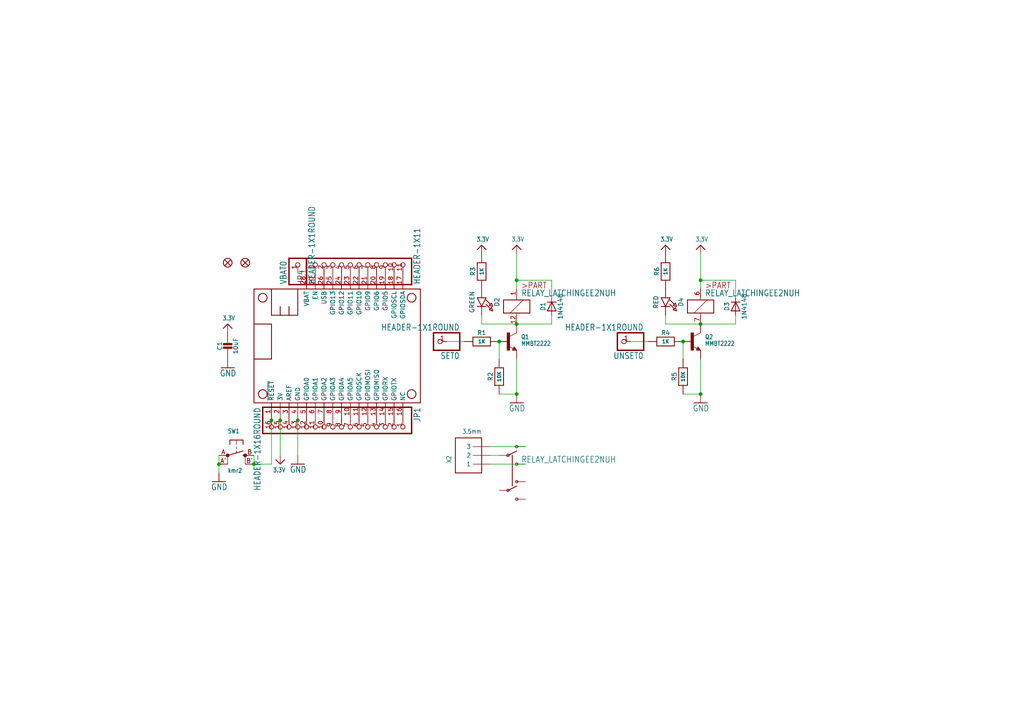
<source format=kicad_sch>
(kicad_sch (version 20211123) (generator eeschema)
  (paper "A4")
  (lib_symbols
    (symbol "eagleSchem-eagle-import:3.3V" (power)
      (property "Value" "3.3V" (at -1.524 1.016 0))
      (symbol "3.3V_1_0"
        (polyline (pts (xy -1.27 -1.27) (xy 0 0)) (stroke (width 0.254)))
        (polyline (pts (xy 0 0) (xy 1.27 -1.27)) (stroke (width 0.254)))
        (pin power_in line (at 0 -2.54 90) (length 2.54) (name "3.3V") (number "1"))
      )
    )
    (symbol "eagleSchem-eagle-import:CAP_CERAMIC0805-NOOUTLINE"
      (property "Reference" "C" (at -2.29 1.25 90))
      (property "Value" "CAP_CERAMIC0805-NOOUTLINE" (at 2.3 1.25 90))
      (symbol "CAP_CERAMIC0805-NOOUTLINE_1_0"
        (rectangle (start -1.27 0.508) (end 1.27 1.016) (fill (type outline)))
        (rectangle (start -1.27 1.524) (end 1.27 2.032) (fill (type outline)))
        (polyline (pts (xy 0 0.762) (xy 0 0)) (stroke (width 0.1524)))
        (polyline (pts (xy 0 2.54) (xy 0 1.778)) (stroke (width 0.1524)))
        (pin passive line (at 0 5.08 270) (length 2.54) (name "1") (number "1"))
        (pin passive line (at 0 -2.54 90) (length 2.54) (name "2") (number "2"))
      )
    )
    (symbol "eagleSchem-eagle-import:DIODESOD-323"
      (property "Reference" "D" (at 0 2.54 0))
      (property "Value" "DIODESOD-323" (at 0 -2.5 0))
      (symbol "DIODESOD-323_1_0"
        (polyline (pts (xy -1.27 -1.27) (xy 1.27 0)) (stroke (width 0.254)))
        (polyline (pts (xy -1.27 1.27) (xy -1.27 -1.27)) (stroke (width 0.254)))
        (polyline (pts (xy 1.27 0) (xy -1.27 1.27)) (stroke (width 0.254)))
        (polyline (pts (xy 1.27 0) (xy 1.27 -1.27)) (stroke (width 0.254)))
        (polyline (pts (xy 1.27 1.27) (xy 1.27 0)) (stroke (width 0.254)))
        (pin passive line (at -2.54 0 0) (length 2.54) (name "A") (number "A"))
        (pin passive line (at 2.54 0 180) (length 2.54) (name "C") (number "C"))
      )
    )
    (symbol "eagleSchem-eagle-import:FIDUCIAL{dblquote}{dblquote}"
      (symbol "FIDUCIAL{dblquote}{dblquote}_1_0"
        (polyline (pts (xy -0.762 0.762) (xy 0.762 -0.762)) (stroke (width 0.254)))
        (polyline (pts (xy 0.762 0.762) (xy -0.762 -0.762)) (stroke (width 0.254)))
        (circle (center 0 0) (radius 1.27) (stroke (width 0.254)))
      )
    )
    (symbol "eagleSchem-eagle-import:GND" (power)
      (property "Value" "GND" (at -2.54 -2.54 0))
      (symbol "GND_1_0"
        (polyline (pts (xy -1.905 0) (xy 1.905 0)) (stroke (width 0.254)))
        (pin power_in line (at 0 2.54 270) (length 2.54) (name "GND") (number "1"))
      )
    )
    (symbol "eagleSchem-eagle-import:HEADER-1X11"
      (property "Reference" "JP" (at -6.35 15.875 0))
      (property "Value" "HEADER-1X11" (at -6.35 -17.78 0))
      (symbol "HEADER-1X11_1_0"
        (polyline (pts (xy -6.35 -15.24) (xy 1.27 -15.24)) (stroke (width 0.4064)))
        (polyline (pts (xy -6.35 15.24) (xy -6.35 -15.24)) (stroke (width 0.4064)))
        (polyline (pts (xy 1.27 -15.24) (xy 1.27 15.24)) (stroke (width 0.4064)))
        (polyline (pts (xy 1.27 15.24) (xy -6.35 15.24)) (stroke (width 0.4064)))
        (pin passive inverted (at -2.54 12.7 0) (length 2.54) (name "1") (number "1"))
        (pin passive inverted (at -2.54 -10.16 0) (length 2.54) (name "10") (number "10"))
        (pin passive inverted (at -2.54 -12.7 0) (length 2.54) (name "11") (number "11"))
        (pin passive inverted (at -2.54 10.16 0) (length 2.54) (name "2") (number "2"))
        (pin passive inverted (at -2.54 7.62 0) (length 2.54) (name "3") (number "3"))
        (pin passive inverted (at -2.54 5.08 0) (length 2.54) (name "4") (number "4"))
        (pin passive inverted (at -2.54 2.54 0) (length 2.54) (name "5") (number "5"))
        (pin passive inverted (at -2.54 0 0) (length 2.54) (name "6") (number "6"))
        (pin passive inverted (at -2.54 -2.54 0) (length 2.54) (name "7") (number "7"))
        (pin passive inverted (at -2.54 -5.08 0) (length 2.54) (name "8") (number "8"))
        (pin passive inverted (at -2.54 -7.62 0) (length 2.54) (name "9") (number "9"))
      )
    )
    (symbol "eagleSchem-eagle-import:HEADER-1X16ROUND"
      (property "Reference" "JP" (at -6.35 20.955 0))
      (property "Value" "HEADER-1X16ROUND" (at -6.35 -25.4 0))
      (symbol "HEADER-1X16ROUND_1_0"
        (polyline (pts (xy -6.35 -22.86) (xy 1.27 -22.86)) (stroke (width 0.4064)))
        (polyline (pts (xy -6.35 20.32) (xy -6.35 -22.86)) (stroke (width 0.4064)))
        (polyline (pts (xy 1.27 -22.86) (xy 1.27 20.32)) (stroke (width 0.4064)))
        (polyline (pts (xy 1.27 20.32) (xy -6.35 20.32)) (stroke (width 0.4064)))
        (pin passive inverted (at -2.54 17.78 0) (length 2.54) (name "1") (number "1"))
        (pin passive inverted (at -2.54 -5.08 0) (length 2.54) (name "10") (number "10"))
        (pin passive inverted (at -2.54 -7.62 0) (length 2.54) (name "11") (number "11"))
        (pin passive inverted (at -2.54 -10.16 0) (length 2.54) (name "12") (number "12"))
        (pin passive inverted (at -2.54 -12.7 0) (length 2.54) (name "13") (number "13"))
        (pin passive inverted (at -2.54 -15.24 0) (length 2.54) (name "14") (number "14"))
        (pin passive inverted (at -2.54 -17.78 0) (length 2.54) (name "15") (number "15"))
        (pin passive inverted (at -2.54 -20.32 0) (length 2.54) (name "16") (number "16"))
        (pin passive inverted (at -2.54 15.24 0) (length 2.54) (name "2") (number "2"))
        (pin passive inverted (at -2.54 12.7 0) (length 2.54) (name "3") (number "3"))
        (pin passive inverted (at -2.54 10.16 0) (length 2.54) (name "4") (number "4"))
        (pin passive inverted (at -2.54 7.62 0) (length 2.54) (name "5") (number "5"))
        (pin passive inverted (at -2.54 5.08 0) (length 2.54) (name "6") (number "6"))
        (pin passive inverted (at -2.54 2.54 0) (length 2.54) (name "7") (number "7"))
        (pin passive inverted (at -2.54 0 0) (length 2.54) (name "8") (number "8"))
        (pin passive inverted (at -2.54 -2.54 0) (length 2.54) (name "9") (number "9"))
      )
    )
    (symbol "eagleSchem-eagle-import:HEADER-1X1ROUND"
      (property "Reference" "JP" (at -6.35 3.175 0))
      (property "Value" "HEADER-1X1ROUND" (at -6.35 -5.08 0))
      (symbol "HEADER-1X1ROUND_1_0"
        (polyline (pts (xy -6.35 -2.54) (xy 1.27 -2.54)) (stroke (width 0.4064)))
        (polyline (pts (xy -6.35 2.54) (xy -6.35 -2.54)) (stroke (width 0.4064)))
        (polyline (pts (xy 1.27 -2.54) (xy 1.27 2.54)) (stroke (width 0.4064)))
        (polyline (pts (xy 1.27 2.54) (xy -6.35 2.54)) (stroke (width 0.4064)))
        (pin passive inverted (at -2.54 0 0) (length 2.54) (name "1") (number "1"))
      )
    )
    (symbol "eagleSchem-eagle-import:LED0805_NOOUTLINE"
      (property "Reference" "D" (at -1.27 4.445 0))
      (property "Value" "LED0805_NOOUTLINE" (at -1.27 -2.794 0))
      (symbol "LED0805_NOOUTLINE_1_0"
        (polyline (pts (xy -2.54 -1.27) (xy 0 0)) (stroke (width 0.254)))
        (polyline (pts (xy -2.54 1.27) (xy -2.54 -1.27)) (stroke (width 0.254)))
        (polyline (pts (xy -1.905 1.27) (xy -0.635 2.54)) (stroke (width 0.254)))
        (polyline (pts (xy -0.9525 2.8575) (xy -0.3175 2.2225)) (stroke (width 0.254)))
        (polyline (pts (xy -0.635 1.27) (xy 0.635 2.54)) (stroke (width 0.254)))
        (polyline (pts (xy -0.3175 2.2225) (xy 0 3.175)) (stroke (width 0.254)))
        (polyline (pts (xy 0 0) (xy -2.54 1.27)) (stroke (width 0.254)))
        (polyline (pts (xy 0 0) (xy 0 -1.27)) (stroke (width 0.254)))
        (polyline (pts (xy 0 1.27) (xy 0 0)) (stroke (width 0.254)))
        (polyline (pts (xy 0 3.175) (xy -0.9525 2.8575)) (stroke (width 0.254)))
        (polyline (pts (xy 0.3175 2.8575) (xy 0.9525 2.2225)) (stroke (width 0.254)))
        (polyline (pts (xy 0.9525 2.2225) (xy 1.27 3.175)) (stroke (width 0.254)))
        (polyline (pts (xy 1.27 3.175) (xy 0.3175 2.8575)) (stroke (width 0.254)))
        (pin passive line (at -5.08 0 0) (length 2.54) (name "A") (number "A"))
        (pin passive line (at 2.54 0 180) (length 2.54) (name "C") (number "C"))
      )
    )
    (symbol "eagleSchem-eagle-import:MICROSHIELD"
      (symbol "MICROSHIELD_1_0"
        (polyline (pts (xy 0 0) (xy 48.26 0)) (stroke (width 0.254)))
        (polyline (pts (xy 0 12.7) (xy 0 0)) (stroke (width 0.254)))
        (polyline (pts (xy 0 22.86) (xy 0 12.7)) (stroke (width 0.254)))
        (polyline (pts (xy 0 22.86) (xy 5.08 22.86)) (stroke (width 0.254)))
        (polyline (pts (xy 0 33.02) (xy 0 22.86)) (stroke (width 0.254)))
        (polyline (pts (xy 5.08 12.7) (xy 0 12.7)) (stroke (width 0.254)))
        (polyline (pts (xy 5.08 22.86) (xy 5.08 12.7)) (stroke (width 0.254)))
        (polyline (pts (xy 5.08 25.4) (xy 7.62 25.4)) (stroke (width 0.254)))
        (polyline (pts (xy 5.08 33.02) (xy 0 33.02)) (stroke (width 0.254)))
        (polyline (pts (xy 5.08 33.02) (xy 5.08 25.4)) (stroke (width 0.254)))
        (polyline (pts (xy 7.62 25.4) (xy 10.16 25.4)) (stroke (width 0.254)))
        (polyline (pts (xy 7.62 27.94) (xy 7.62 25.4)) (stroke (width 0.254)))
        (polyline (pts (xy 10.16 25.4) (xy 12.7 25.4)) (stroke (width 0.254)))
        (polyline (pts (xy 10.16 27.94) (xy 10.16 25.4)) (stroke (width 0.254)))
        (polyline (pts (xy 12.7 25.4) (xy 12.7 33.02)) (stroke (width 0.254)))
        (polyline (pts (xy 12.7 33.02) (xy 5.08 33.02)) (stroke (width 0.254)))
        (polyline (pts (xy 48.26 0) (xy 48.26 33.02)) (stroke (width 0.254)))
        (polyline (pts (xy 48.26 33.02) (xy 12.7 33.02)) (stroke (width 0.254)))
        (circle (center 2.54 2.54) (radius 1.27) (stroke (width 0.254)))
        (circle (center 2.54 30.48) (radius 1.27) (stroke (width 0.254)))
        (circle (center 45.72 2.54) (radius 1.27) (stroke (width 0.254)))
        (circle (center 45.72 30.48) (radius 1.27) (stroke (width 0.254)))
        (pin input line (at 5.08 -5.08 90) (length 5.08) (name "~{RESET}") (number "1"))
        (pin bidirectional line (at 27.94 -5.08 90) (length 5.08) (name "GPIOA5") (number "10"))
        (pin bidirectional line (at 30.48 -5.08 90) (length 5.08) (name "GPIOSCK") (number "11"))
        (pin bidirectional line (at 33.02 -5.08 90) (length 5.08) (name "GPIOMOSI") (number "12"))
        (pin bidirectional line (at 35.56 -5.08 90) (length 5.08) (name "GPIOMISO") (number "13"))
        (pin bidirectional line (at 38.1 -5.08 90) (length 5.08) (name "GPIORX") (number "14"))
        (pin bidirectional line (at 40.64 -5.08 90) (length 5.08) (name "GPIOTX") (number "15"))
        (pin passive line (at 43.18 -5.08 90) (length 5.08) (name "NC") (number "16"))
        (pin bidirectional line (at 43.18 38.1 270) (length 5.08) (name "GPIOSDA") (number "17"))
        (pin bidirectional line (at 40.64 38.1 270) (length 5.08) (name "GPIOSCL") (number "18"))
        (pin bidirectional line (at 38.1 38.1 270) (length 5.08) (name "GPIO5") (number "19"))
        (pin power_in line (at 7.62 -5.08 90) (length 5.08) (name "3V") (number "2"))
        (pin bidirectional line (at 35.56 38.1 270) (length 5.08) (name "GPIO6") (number "20"))
        (pin bidirectional line (at 33.02 38.1 270) (length 5.08) (name "GPIO9") (number "21"))
        (pin bidirectional line (at 30.48 38.1 270) (length 5.08) (name "GPIO10") (number "22"))
        (pin bidirectional line (at 27.94 38.1 270) (length 5.08) (name "GPIO11") (number "23"))
        (pin bidirectional line (at 25.4 38.1 270) (length 5.08) (name "GPIO12") (number "24"))
        (pin bidirectional line (at 22.86 38.1 270) (length 5.08) (name "GPIO13") (number "25"))
        (pin power_in line (at 20.32 38.1 270) (length 5.08) (name "USB") (number "26"))
        (pin passive line (at 17.78 38.1 270) (length 5.08) (name "EN") (number "27"))
        (pin power_in line (at 15.24 38.1 270) (length 5.08) (name "VBAT") (number "28"))
        (pin passive line (at 10.16 -5.08 90) (length 5.08) (name "AREF") (number "3"))
        (pin power_in line (at 12.7 -5.08 90) (length 5.08) (name "GND") (number "4"))
        (pin bidirectional line (at 15.24 -5.08 90) (length 5.08) (name "GPIOA0") (number "5"))
        (pin bidirectional line (at 17.78 -5.08 90) (length 5.08) (name "GPIOA1") (number "6"))
        (pin bidirectional line (at 20.32 -5.08 90) (length 5.08) (name "GPIOA2") (number "7"))
        (pin bidirectional line (at 22.86 -5.08 90) (length 5.08) (name "GPIOA3") (number "8"))
        (pin bidirectional line (at 25.4 -5.08 90) (length 5.08) (name "GPIOA4") (number "9"))
      )
    )
    (symbol "eagleSchem-eagle-import:RELAY_LATCHINGEE2NUH"
      (property "Value" "RELAY_LATCHINGEE2NUH" (at 1.27 2.921 0))
      (symbol "RELAY_LATCHINGEE2NUH_1_0"
        (polyline (pts (xy -3.81 -1.905) (xy -1.905 -1.905)) (stroke (width 0.254)))
        (polyline (pts (xy -3.81 1.905) (xy -3.81 -1.905)) (stroke (width 0.254)))
        (polyline (pts (xy -1.905 -1.905) (xy 0 -1.905)) (stroke (width 0.254)))
        (polyline (pts (xy -1.905 -1.905) (xy 1.905 1.905)) (stroke (width 0.1524)))
        (polyline (pts (xy 0 -2.54) (xy 0 -1.905)) (stroke (width 0.1524)))
        (polyline (pts (xy 0 -1.905) (xy 3.81 -1.905)) (stroke (width 0.254)))
        (polyline (pts (xy 0 1.905) (xy -3.81 1.905)) (stroke (width 0.254)))
        (polyline (pts (xy 0 2.54) (xy 0 1.905)) (stroke (width 0.1524)))
        (polyline (pts (xy 1.905 1.905) (xy 0 1.905)) (stroke (width 0.254)))
        (polyline (pts (xy 3.81 -1.905) (xy 3.81 1.905)) (stroke (width 0.254)))
        (polyline (pts (xy 3.81 1.905) (xy 1.905 1.905)) (stroke (width 0.254)))
        (text ">PART" (at 1.27 5.08 0) (effects (font (size 1.778 1.5113)) (justify left bottom)))
        (pin passive line (at 0 5.08 270) (length 2.54) (name "1") (number "1"))
        (pin passive line (at 0 -5.08 90) (length 2.54) (name "2") (number "12"))
      )
      (symbol "RELAY_LATCHINGEE2NUH_2_0"
        (circle (center -2.54 -5.08) (radius 0.3592) (stroke (width 0.2032)))
        (circle (center -2.54 5.08) (radius 0.3592) (stroke (width 0.2032)))
        (circle (center 0 -7.62) (radius 0.3592) (stroke (width 0.2032)))
        (circle (center 0 -2.54) (radius 0.3592) (stroke (width 0.2032)))
        (polyline (pts (xy -2.54 -5.08) (xy 0 -3.81)) (stroke (width 0.254)))
        (polyline (pts (xy -2.54 5.08) (xy 0 6.35)) (stroke (width 0.254)))
        (polyline (pts (xy -1.27 5.08) (xy -1.27 -3.81)) (stroke (width 0.254)))
        (polyline (pts (xy 0 -7.62) (xy 0.635 -7.62)) (stroke (width 0.127)))
        (polyline (pts (xy 0 -2.54) (xy 0.635 -2.54)) (stroke (width 0.1524)))
        (polyline (pts (xy 0 2.54) (xy 0.635 2.54)) (stroke (width 0.127)))
        (polyline (pts (xy 0 7.62) (xy 0.635 7.62)) (stroke (width 0.1524)))
        (circle (center 0 2.54) (radius 0.3592) (stroke (width 0.2032)))
        (circle (center 0 7.62) (radius 0.3592) (stroke (width 0.2032)))
        (pin passive line (at 2.54 7.62 180) (length 2.54) (name "O1") (number "10"))
        (pin passive line (at 2.54 -2.54 180) (length 2.54) (name "O2") (number "3"))
        (pin passive line (at -5.08 -5.08 0) (length 2.54) (name "P2") (number "4"))
        (pin passive line (at 2.54 -7.62 180) (length 2.54) (name "S2") (number "5"))
        (pin passive line (at 2.54 2.54 180) (length 2.54) (name "S1") (number "8"))
        (pin passive line (at -5.08 5.08 0) (length 2.54) (name "P1") (number "9"))
      )
      (symbol "RELAY_LATCHINGEE2NUH_3_0"
        (polyline (pts (xy -3.81 -1.905) (xy -1.905 -1.905)) (stroke (width 0.254)))
        (polyline (pts (xy -3.81 1.905) (xy -3.81 -1.905)) (stroke (width 0.254)))
        (polyline (pts (xy -1.905 -1.905) (xy 0 -1.905)) (stroke (width 0.254)))
        (polyline (pts (xy -1.905 -1.905) (xy 1.905 1.905)) (stroke (width 0.1524)))
        (polyline (pts (xy 0 -2.54) (xy 0 -1.905)) (stroke (width 0.1524)))
        (polyline (pts (xy 0 -1.905) (xy 3.81 -1.905)) (stroke (width 0.254)))
        (polyline (pts (xy 0 1.905) (xy -3.81 1.905)) (stroke (width 0.254)))
        (polyline (pts (xy 0 2.54) (xy 0 1.905)) (stroke (width 0.1524)))
        (polyline (pts (xy 1.905 1.905) (xy 0 1.905)) (stroke (width 0.254)))
        (polyline (pts (xy 3.81 -1.905) (xy 3.81 1.905)) (stroke (width 0.254)))
        (polyline (pts (xy 3.81 1.905) (xy 1.905 1.905)) (stroke (width 0.254)))
        (text ">PART" (at 1.27 5.08 0) (effects (font (size 1.778 1.5113)) (justify left bottom)))
        (pin passive line (at 0 5.08 270) (length 2.54) (name "1") (number "6"))
        (pin passive line (at 0 -5.08 90) (length 2.54) (name "2") (number "7"))
      )
    )
    (symbol "eagleSchem-eagle-import:RESISTOR0805_NOOUTLINE"
      (property "Reference" "R" (at 0 2.54 0))
      (property "Value" "RESISTOR0805_NOOUTLINE" (at 0 0 0))
      (symbol "RESISTOR0805_NOOUTLINE_1_0"
        (polyline (pts (xy -2.54 -1.27) (xy -2.54 1.27)) (stroke (width 0.254)))
        (polyline (pts (xy -2.54 1.27) (xy 2.54 1.27)) (stroke (width 0.254)))
        (polyline (pts (xy 2.54 -1.27) (xy -2.54 -1.27)) (stroke (width 0.254)))
        (polyline (pts (xy 2.54 1.27) (xy 2.54 -1.27)) (stroke (width 0.254)))
        (pin passive line (at -5.08 0 0) (length 2.54) (name "1") (number "1"))
        (pin passive line (at 5.08 0 180) (length 2.54) (name "2") (number "2"))
      )
    )
    (symbol "eagleSchem-eagle-import:SWITCH_TACT_SMT4.6X2.8"
      (property "Reference" "SW" (at -2.54 6.35 0))
      (property "Value" "SWITCH_TACT_SMT4.6X2.8" (at -2.54 -5.08 0))
      (symbol "SWITCH_TACT_SMT4.6X2.8_1_0"
        (circle (center -2.54 0) (radius 0.127) (stroke (width 0.4064)))
        (polyline (pts (xy -2.54 -2.54) (xy -2.54 0)) (stroke (width 0.1524)))
        (polyline (pts (xy -2.54 0) (xy 1.905 1.27)) (stroke (width 0.254)))
        (polyline (pts (xy -1.905 4.445) (xy -1.905 3.175)) (stroke (width 0.254)))
        (polyline (pts (xy 0 1.27) (xy 0 0.635)) (stroke (width 0.1524)))
        (polyline (pts (xy 0 2.54) (xy 0 1.905)) (stroke (width 0.1524)))
        (polyline (pts (xy 0 4.445) (xy -1.905 4.445)) (stroke (width 0.254)))
        (polyline (pts (xy 0 4.445) (xy 0 3.175)) (stroke (width 0.1524)))
        (polyline (pts (xy 1.905 0) (xy 2.54 0)) (stroke (width 0.254)))
        (polyline (pts (xy 1.905 4.445) (xy 0 4.445)) (stroke (width 0.254)))
        (polyline (pts (xy 1.905 4.445) (xy 1.905 3.175)) (stroke (width 0.254)))
        (polyline (pts (xy 2.54 -2.54) (xy 2.54 0)) (stroke (width 0.1524)))
        (circle (center 2.54 0) (radius 0.127) (stroke (width 0.4064)))
        (pin passive line (at -5.08 0 0) (length 2.54) (name "P") (number "A"))
        (pin passive line (at -5.08 -2.54 0) (length 2.54) (name "P1") (number "A'"))
        (pin passive line (at 5.08 0 180) (length 2.54) (name "S") (number "B"))
        (pin passive line (at 5.08 -2.54 180) (length 2.54) (name "S1") (number "B'"))
      )
    )
    (symbol "eagleSchem-eagle-import:TERMBLOCK_1X3"
      (property "Reference" "X" (at -2.54 7.62 0))
      (property "Value" "TERMBLOCK_1X3" (at -2.54 -7.62 0))
      (symbol "TERMBLOCK_1X3_1_0"
        (polyline (pts (xy -2.54 -5.08) (xy 5.08 -5.08)) (stroke (width 0.254)))
        (polyline (pts (xy -2.54 5.08) (xy -2.54 -5.08)) (stroke (width 0.254)))
        (polyline (pts (xy 5.08 -5.08) (xy 5.08 5.08)) (stroke (width 0.254)))
        (polyline (pts (xy 5.08 5.08) (xy -2.54 5.08)) (stroke (width 0.254)))
        (pin passive line (at -5.08 2.54 0) (length 5.08) (name "1") (number "1"))
        (pin passive line (at -5.08 0 0) (length 5.08) (name "2") (number "2"))
        (pin passive line (at -5.08 -2.54 0) (length 5.08) (name "3") (number "3"))
      )
    )
    (symbol "eagleSchem-eagle-import:TRANSISTOR_NPN"
      (property "Reference" "Q" (at 1.27 0.635 0))
      (property "Value" "TRANSISTOR_NPN" (at 1.27 -1.27 0))
      (symbol "TRANSISTOR_NPN_1_0"
        (rectangle (start -2.794 -2.54) (end -2.032 2.54) (fill (type outline)))
        (polyline (pts (xy -1.27 -2.54) (xy -0.762 -1.524)) (stroke (width 0.1524)))
        (polyline (pts (xy -1.016 -2.413) (xy -0.254 -2.413)) (stroke (width 0.254)))
        (polyline (pts (xy -1.016 -2.286) (xy -0.635 -2.286)) (stroke (width 0.254)))
        (polyline (pts (xy -1 -2.04) (xy -2.232 -1.424)) (stroke (width 0.1524)))
        (polyline (pts (xy -0.762 -1.778) (xy -1.016 -2.286)) (stroke (width 0.254)))
        (polyline (pts (xy -0.762 -1.524) (xy 0 -2.54)) (stroke (width 0.1524)))
        (polyline (pts (xy -0.635 -2.286) (xy -0.762 -2.032)) (stroke (width 0.254)))
        (polyline (pts (xy -0.254 -2.413) (xy -0.762 -1.778)) (stroke (width 0.254)))
        (polyline (pts (xy 0 -2.54) (xy -1.27 -2.54)) (stroke (width 0.1524)))
        (polyline (pts (xy 0 2.54) (xy -2.032 1.524)) (stroke (width 0.1524)))
        (pin passive line (at -5.08 0 0) (length 2.54) (name "B") (number "1"))
        (pin passive line (at 0 -5.08 90) (length 2.54) (name "E") (number "2"))
        (pin passive line (at 0 5.08 270) (length 2.54) (name "C") (number "3"))
      )
    )
  )
  (junction (at 149.86 81.28))
  (junction (at 144.78 99.06))
  (junction (at 86.36 121.92))
  (junction (at 198.12 99.06))
  (junction (at 81.28 121.92))
  (junction (at 78.74 121.92))
  (junction (at 203.2 114.3))
  (junction (at 203.2 93.98))
  (junction (at 149.86 93.98))
  (junction (at 203.2 81.28))
  (junction (at 149.86 114.3))
  (junction (at 63.5 134.62))
  (junction (at 73.66 134.62))
  (wire (pts (xy 213.36 86.36) (xy 213.36 81.28)))
  (wire (pts (xy 160.02 86.36) (xy 160.02 81.28)))
  (wire (pts (xy 139.7 91.44) (xy 139.7 93.98)))
  (wire (pts (xy 63.5 134.62) (xy 63.5 137.16)))
  (wire (pts (xy 182.88 99.06) (xy 187.96 99.06)))
  (wire (pts (xy 203.2 81.28) (xy 203.2 83.82)))
  (wire (pts (xy 198.12 114.3) (xy 203.2 114.3)))
  (wire (pts (xy 203.2 93.98) (xy 213.36 93.98)))
  (wire (pts (xy 73.66 134.62) (xy 78.74 134.62)))
  (wire (pts (xy 149.86 81.28) (xy 149.86 73.66)))
  (wire (pts (xy 81.28 132.08) (xy 81.28 121.92)))
  (wire (pts (xy 129.54 99.06) (xy 134.62 99.06)))
  (wire (pts (xy 149.86 114.3) (xy 149.86 104.14)))
  (wire (pts (xy 73.66 132.08) (xy 73.66 134.62)))
  (wire (pts (xy 142.24 132.08) (xy 144.78 132.08)))
  (wire (pts (xy 78.74 134.62) (xy 78.74 121.92)))
  (wire (pts (xy 142.24 134.62) (xy 152.4 134.62)))
  (wire (pts (xy 139.7 93.98) (xy 149.86 93.98)))
  (wire (pts (xy 86.36 78.74) (xy 88.9 78.74)))
  (wire (pts (xy 160.02 81.28) (xy 149.86 81.28)))
  (wire (pts (xy 198.12 104.14) (xy 198.12 99.06)))
  (wire (pts (xy 144.78 114.3) (xy 149.86 114.3)))
  (wire (pts (xy 152.4 129.54) (xy 142.24 129.54)))
  (wire (pts (xy 149.86 93.98) (xy 160.02 93.98)))
  (wire (pts (xy 149.86 81.28) (xy 149.86 83.82)))
  (wire (pts (xy 63.5 134.62) (xy 63.5 132.08)))
  (wire (pts (xy 213.36 93.98) (xy 213.36 91.44)))
  (wire (pts (xy 193.04 91.44) (xy 193.04 93.98)))
  (wire (pts (xy 160.02 93.98) (xy 160.02 91.44)))
  (wire (pts (xy 144.78 104.14) (xy 144.78 99.06)))
  (wire (pts (xy 203.2 114.3) (xy 203.2 104.14)))
  (wire (pts (xy 213.36 81.28) (xy 203.2 81.28)))
  (wire (pts (xy 203.2 81.28) (xy 203.2 73.66)))
  (wire (pts (xy 193.04 93.98) (xy 203.2 93.98)))
  (wire (pts (xy 86.36 132.08) (xy 86.36 121.92)))
  (symbol (lib_id "eagleSchem-eagle-import:LED0805_NOOUTLINE") (at 193.04 88.9 270) (unit 1)
    (property "Reference" "D4" (at 197.485 87.63 0))
    (property "Value" "RED" (at 190.246 87.63 0))
    (property "Footprint" "eagleSchem:CHIPLED_0805_NOOUTLINE" (effects hide))
  )
  (symbol (lib_id "eagleSchem-eagle-import:RELAY_LATCHINGEE2NUH") (at 149.86 137.16 0) (unit 2)
    (property "Reference" "X3" (effects hide))
    (property "Value" "RELAY_LATCHINGEE2NUH" (at 151.13 134.239 0) (effects (font (size 1.778 1.5113)) (justify left bottom)))
    (property "Footprint" "eagleSchem:RELAY_EE2_LATCH" (effects hide))
  )
  (symbol (lib_id "eagleSchem-eagle-import:RELAY_LATCHINGEE2NUH") (at 149.86 88.9 0) (unit 1)
    (property "Reference" "X3" (effects hide))
    (property "Value" "RELAY_LATCHINGEE2NUH" (at 151.13 85.979 0) (effects (font (size 1.778 1.5113)) (justify left bottom)))
    (property "Footprint" "eagleSchem:RELAY_EE2_LATCH" (effects hide))
  )
  (symbol (lib_id "eagleSchem-eagle-import:MICROSHIELD") (at 73.66 116.84 0) (unit 1)
    (property "Reference" "MS1" (effects hide))
    (property "Value" "MICROSHIELD" (effects hide))
    (property "Footprint" "eagleSchem:MICROSHIELD" (effects hide))
  )
  (symbol (lib_id "eagleSchem-eagle-import:CAP_CERAMIC0805-NOOUTLINE") (at 66.04 101.6 0) (unit 1)
    (property "Reference" "C1" (at 63.75 100.35 90))
    (property "Value" "10uF" (at 68.34 100.35 90))
    (property "Footprint" "eagleSchem:0805-NO" (effects hide))
  )
  (symbol (lib_id "eagleSchem-eagle-import:GND") (at 203.2 116.84 0) (mirror y) (unit 1)
    (property "Reference" "#GND5" (effects hide))
    (property "Value" "GND" (at 205.74 119.38 0) (effects (font (size 1.778 1.5113)) (justify left bottom)))
    (property "Footprint" "eagleSchem:" (effects hide))
  )
  (symbol (lib_id "eagleSchem-eagle-import:GND") (at 86.36 134.62 0) (mirror y) (unit 1)
    (property "Reference" "#GND4" (effects hide))
    (property "Value" "GND" (at 88.9 137.16 0) (effects (font (size 1.778 1.5113)) (justify left bottom)))
    (property "Footprint" "eagleSchem:" (effects hide))
  )
  (symbol (lib_id "eagleSchem-eagle-import:DIODESOD-323") (at 213.36 88.9 90) (unit 1)
    (property "Reference" "D3" (at 210.82 88.9 0))
    (property "Value" "1N4148" (at 215.86 88.9 0))
    (property "Footprint" "eagleSchem:SOD-323" (effects hide))
  )
  (symbol (lib_id "eagleSchem-eagle-import:SWITCH_TACT_SMT4.6X2.8") (at 68.58 132.08 0) (unit 1)
    (property "Reference" "SW1" (at 66.04 125.73 0) (effects (font (size 1.27 1.0795)) (justify left bottom)))
    (property "Value" "kmr2" (at 66.04 137.16 0) (effects (font (size 1.27 1.0795)) (justify left bottom)))
    (property "Footprint" "eagleSchem:BTN_KMR2_4.6X2.8" (effects hide))
  )
  (symbol (lib_id "eagleSchem-eagle-import:RESISTOR0805_NOOUTLINE") (at 139.7 99.06 0) (unit 1)
    (property "Reference" "R1" (at 139.7 96.52 0))
    (property "Value" "1K" (at 139.7 99.06 0) (effects (font (size 1.016 1.016) bold)))
    (property "Footprint" "eagleSchem:0805-NO" (effects hide))
  )
  (symbol (lib_id "eagleSchem-eagle-import:3.3V") (at 139.7 71.12 0) (unit 1)
    (property "Reference" "#U$4" (effects hide))
    (property "Value" "3.3V" (at 138.176 70.104 0) (effects (font (size 1.27 1.0795)) (justify left bottom)))
    (property "Footprint" "eagleSchem:" (effects hide))
  )
  (symbol (lib_id "eagleSchem-eagle-import:HEADER-1X1ROUND") (at 127 99.06 180) (unit 1)
    (property "Reference" "SET0" (at 133.35 102.235 0) (effects (font (size 1.778 1.5113)) (justify left bottom)))
    (property "Value" "HEADER-1X1ROUND" (at 133.35 93.98 0) (effects (font (size 1.778 1.5113)) (justify left bottom)))
    (property "Footprint" "eagleSchem:1X01_ROUND" (effects hide))
  )
  (symbol (lib_id "eagleSchem-eagle-import:GND") (at 63.5 139.7 0) (mirror y) (unit 1)
    (property "Reference" "#GND3" (effects hide))
    (property "Value" "GND" (at 66.04 142.24 0) (effects (font (size 1.778 1.5113)) (justify left bottom)))
    (property "Footprint" "eagleSchem:" (effects hide))
  )
  (symbol (lib_id "eagleSchem-eagle-import:RESISTOR0805_NOOUTLINE") (at 193.04 99.06 0) (unit 1)
    (property "Reference" "R4" (at 193.04 96.52 0))
    (property "Value" "1K" (at 193.04 99.06 0) (effects (font (size 1.016 1.016) bold)))
    (property "Footprint" "eagleSchem:0805-NO" (effects hide))
  )
  (symbol (lib_id "eagleSchem-eagle-import:3.3V") (at 81.28 134.62 180) (unit 1)
    (property "Reference" "#U$1" (effects hide))
    (property "Value" "3.3V" (at 82.804 135.636 0) (effects (font (size 1.27 1.0795)) (justify left bottom)))
    (property "Footprint" "eagleSchem:" (effects hide))
  )
  (symbol (lib_id "eagleSchem-eagle-import:3.3V") (at 66.04 93.98 0) (unit 1)
    (property "Reference" "#U$3" (effects hide))
    (property "Value" "3.3V" (at 64.516 92.964 0) (effects (font (size 1.27 1.0795)) (justify left bottom)))
    (property "Footprint" "eagleSchem:" (effects hide))
  )
  (symbol (lib_id "eagleSchem-eagle-import:DIODESOD-323") (at 160.02 88.9 90) (unit 1)
    (property "Reference" "D1" (at 157.48 88.9 0))
    (property "Value" "1N4148" (at 162.52 88.9 0))
    (property "Footprint" "eagleSchem:SOD-323" (effects hide))
  )
  (symbol (lib_id "eagleSchem-eagle-import:HEADER-1X1ROUND") (at 180.34 99.06 180) (unit 1)
    (property "Reference" "UNSET0" (at 186.69 102.235 0) (effects (font (size 1.778 1.5113)) (justify left bottom)))
    (property "Value" "HEADER-1X1ROUND" (at 186.69 93.98 0) (effects (font (size 1.778 1.5113)) (justify left bottom)))
    (property "Footprint" "eagleSchem:1X01_ROUND" (effects hide))
  )
  (symbol (lib_id "eagleSchem-eagle-import:HEADER-1X16ROUND") (at 99.06 124.46 270) (unit 1)
    (property "Reference" "JP1" (at 120.015 118.11 0) (effects (font (size 1.778 1.5113)) (justify left bottom)))
    (property "Value" "HEADER-1X16ROUND" (at 73.66 118.11 0) (effects (font (size 1.778 1.5113)) (justify left bottom)))
    (property "Footprint" "eagleSchem:1X16_ROUND" (effects hide))
  )
  (symbol (lib_id "eagleSchem-eagle-import:RESISTOR0805_NOOUTLINE") (at 198.12 109.22 90) (unit 1)
    (property "Reference" "R5" (at 195.58 109.22 0))
    (property "Value" "10K" (at 198.12 109.22 0) (effects (font (size 1.016 1.016) bold)))
    (property "Footprint" "eagleSchem:0805-NO" (effects hide))
  )
  (symbol (lib_id "eagleSchem-eagle-import:FIDUCIAL{dblquote}{dblquote}") (at 66.04 76.2 0) (unit 1)
    (property "Reference" "FID3" (effects hide))
    (property "Value" "FIDUCIAL{dblquote}{dblquote}" (effects hide))
    (property "Footprint" "eagleSchem:FIDUCIAL_1MM" (effects hide))
  )
  (symbol (lib_id "eagleSchem-eagle-import:GND") (at 66.04 106.68 0) (mirror y) (unit 1)
    (property "Reference" "#GND2" (effects hide))
    (property "Value" "GND" (at 68.58 109.22 0) (effects (font (size 1.778 1.5113)) (justify left bottom)))
    (property "Footprint" "eagleSchem:" (effects hide))
  )
  (symbol (lib_id "eagleSchem-eagle-import:TRANSISTOR_NPN") (at 149.86 99.06 0) (unit 1)
    (property "Reference" "Q1" (at 151.13 98.425 0) (effects (font (size 1.27 1.0795)) (justify left bottom)))
    (property "Value" "MMBT2222" (at 151.13 100.33 0) (effects (font (size 1.27 1.0795)) (justify left bottom)))
    (property "Footprint" "eagleSchem:SOT23-R" (effects hide))
  )
  (symbol (lib_id "eagleSchem-eagle-import:3.3V") (at 149.86 71.12 0) (unit 1)
    (property "Reference" "#U$2" (effects hide))
    (property "Value" "3.3V" (at 148.336 70.104 0) (effects (font (size 1.27 1.0795)) (justify left bottom)))
    (property "Footprint" "eagleSchem:" (effects hide))
  )
  (symbol (lib_id "eagleSchem-eagle-import:RESISTOR0805_NOOUTLINE") (at 144.78 109.22 90) (unit 1)
    (property "Reference" "R2" (at 142.24 109.22 0))
    (property "Value" "10K" (at 144.78 109.22 0) (effects (font (size 1.016 1.016) bold)))
    (property "Footprint" "eagleSchem:0805-NO" (effects hide))
  )
  (symbol (lib_id "eagleSchem-eagle-import:LED0805_NOOUTLINE") (at 139.7 88.9 270) (unit 1)
    (property "Reference" "D2" (at 144.145 87.63 0))
    (property "Value" "GREEN" (at 136.906 87.63 0))
    (property "Footprint" "eagleSchem:CHIPLED_0805_NOOUTLINE" (effects hide))
  )
  (symbol (lib_id "eagleSchem-eagle-import:RELAY_LATCHINGEE2NUH") (at 203.2 88.9 0) (unit 3)
    (property "Reference" "X3" (effects hide))
    (property "Value" "RELAY_LATCHINGEE2NUH" (at 204.47 85.979 0) (effects (font (size 1.778 1.5113)) (justify left bottom)))
    (property "Footprint" "eagleSchem:RELAY_EE2_LATCH" (effects hide))
  )
  (symbol (lib_id "eagleSchem-eagle-import:3.3V") (at 203.2 71.12 0) (unit 1)
    (property "Reference" "#U$5" (effects hide))
    (property "Value" "3.3V" (at 201.676 70.104 0) (effects (font (size 1.27 1.0795)) (justify left bottom)))
    (property "Footprint" "eagleSchem:" (effects hide))
  )
  (symbol (lib_id "eagleSchem-eagle-import:HEADER-1X1ROUND") (at 86.36 76.2 90) (unit 1)
    (property "Reference" "VBAT0" (at 83.185 82.55 0) (effects (font (size 1.778 1.5113)) (justify left bottom)))
    (property "Value" "HEADER-1X1ROUND" (at 91.44 82.55 0) (effects (font (size 1.778 1.5113)) (justify left bottom)))
    (property "Footprint" "eagleSchem:1X01_ROUND" (effects hide))
  )
  (symbol (lib_id "eagleSchem-eagle-import:GND") (at 149.86 116.84 0) (mirror y) (unit 1)
    (property "Reference" "#GND1" (effects hide))
    (property "Value" "GND" (at 152.4 119.38 0) (effects (font (size 1.778 1.5113)) (justify left bottom)))
    (property "Footprint" "eagleSchem:" (effects hide))
  )
  (symbol (lib_id "eagleSchem-eagle-import:TRANSISTOR_NPN") (at 203.2 99.06 0) (unit 1)
    (property "Reference" "Q2" (at 204.47 98.425 0) (effects (font (size 1.27 1.0795)) (justify left bottom)))
    (property "Value" "MMBT2222" (at 204.47 100.33 0) (effects (font (size 1.27 1.0795)) (justify left bottom)))
    (property "Footprint" "eagleSchem:SOT23-R" (effects hide))
  )
  (symbol (lib_id "eagleSchem-eagle-import:HEADER-1X11") (at 104.14 76.2 90) (unit 1)
    (property "Reference" "JP4" (at 88.265 82.55 0) (effects (font (size 1.778 1.5113)) (justify left bottom)))
    (property "Value" "HEADER-1X11" (at 121.92 82.55 0) (effects (font (size 1.778 1.5113)) (justify left bottom)))
    (property "Footprint" "eagleSchem:1X11_ROUND" (effects hide))
  )
  (symbol (lib_id "eagleSchem-eagle-import:3.3V") (at 193.04 71.12 0) (unit 1)
    (property "Reference" "#U$7" (effects hide))
    (property "Value" "3.3V" (at 191.516 70.104 0) (effects (font (size 1.27 1.0795)) (justify left bottom)))
    (property "Footprint" "eagleSchem:" (effects hide))
  )
  (symbol (lib_id "eagleSchem-eagle-import:RESISTOR0805_NOOUTLINE") (at 193.04 78.74 90) (unit 1)
    (property "Reference" "R6" (at 190.5 78.74 0))
    (property "Value" "1K" (at 193.04 78.74 0) (effects (font (size 1.016 1.016) bold)))
    (property "Footprint" "eagleSchem:0805-NO" (effects hide))
  )
  (symbol (lib_id "eagleSchem-eagle-import:TERMBLOCK_1X3") (at 137.16 132.08 180) (unit 1)
    (property "Reference" "X2" (at 129.54 132.08 90) (effects (font (size 1.27 1.0795)) (justify left bottom)))
    (property "Value" "3.5mm" (at 139.7 124.46 0) (effects (font (size 1.27 1.0795)) (justify left bottom)))
    (property "Footprint" "eagleSchem:TERMBLOCK_1X3-3.5MM" (effects hide))
  )
  (symbol (lib_id "eagleSchem-eagle-import:FIDUCIAL{dblquote}{dblquote}") (at 71.12 76.2 0) (unit 1)
    (property "Reference" "FID2" (effects hide))
    (property "Value" "FIDUCIAL{dblquote}{dblquote}" (effects hide))
    (property "Footprint" "eagleSchem:FIDUCIAL_1MM" (effects hide))
  )
  (symbol (lib_id "eagleSchem-eagle-import:RESISTOR0805_NOOUTLINE") (at 139.7 78.74 90) (unit 1)
    (property "Reference" "R3" (at 137.16 78.74 0))
    (property "Value" "1K" (at 139.7 78.74 0) (effects (font (size 1.016 1.016) bold)))
    (property "Footprint" "eagleSchem:0805-NO" (effects hide))
  )
)
</source>
